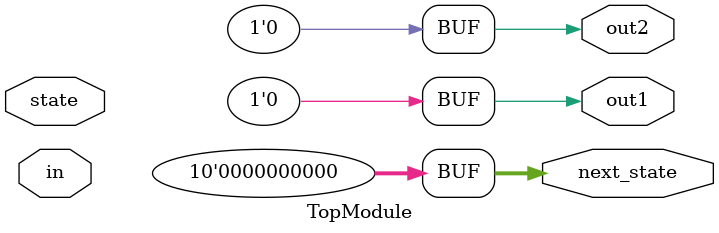
<source format=v>
module TopModule (
  input in,
  input [9:0] state,
  output [9:0] next_state,
  output out1,
  output out2
);

  // Optional: Add internal signals if needed for later implementation.
  // wire internal_signal;

  assign next_state = 0; // Placeholder - replace with actual logic
  assign out1 = 0;        // Placeholder - replace with actual logic
  assign out2 = 0;        // Placeholder - replace with actual logic


endmodule
</source>
